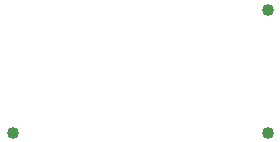
<source format=gbp>
G04*
G04 #@! TF.GenerationSoftware,Altium Limited,Altium Designer,25.4.2 (15)*
G04*
G04 Layer_Color=128*
%FSLAX44Y44*%
%MOMM*%
G71*
G04*
G04 #@! TF.SameCoordinates,D5283B10-4766-4311-8C28-4DB947979AFB*
G04*
G04*
G04 #@! TF.FilePolarity,Positive*
G04*
G01*
G75*
%ADD16C,1.0160*%
D16*
X17780Y16510D02*
D03*
X233680D02*
D03*
Y120650D02*
D03*
M02*

</source>
